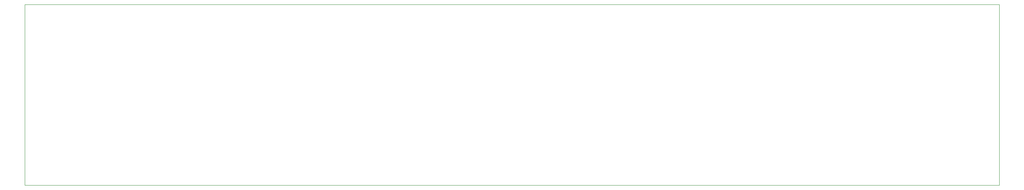
<source format=gbr>
%TF.GenerationSoftware,KiCad,Pcbnew,(7.0.0)*%
%TF.CreationDate,2023-05-23T21:59:03+07:00*%
%TF.ProjectId,top_keyboard_pcb,746f705f-6b65-4796-926f-6172645f7063,rev?*%
%TF.SameCoordinates,Original*%
%TF.FileFunction,Profile,NP*%
%FSLAX46Y46*%
G04 Gerber Fmt 4.6, Leading zero omitted, Abs format (unit mm)*
G04 Created by KiCad (PCBNEW (7.0.0)) date 2023-05-23 21:59:03*
%MOMM*%
%LPD*%
G01*
G04 APERTURE LIST*
%TA.AperFunction,Profile*%
%ADD10C,0.100000*%
%TD*%
G04 APERTURE END LIST*
D10*
X40464529Y-69596358D02*
X260421934Y-69596358D01*
X260421934Y-69596358D02*
X260421934Y-110580646D01*
X260421934Y-110580646D02*
X40464529Y-110580646D01*
X40464529Y-110580646D02*
X40464529Y-69596358D01*
M02*

</source>
